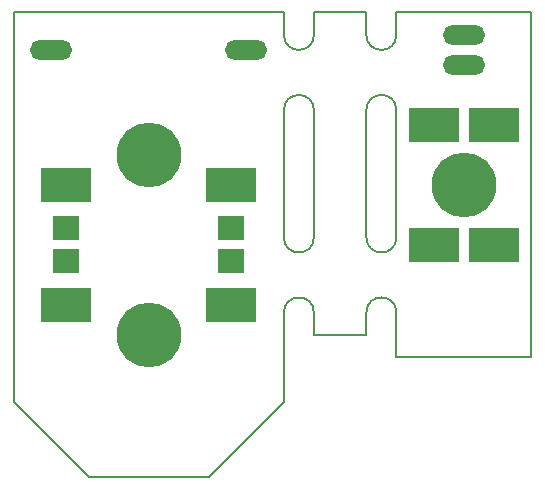
<source format=gbs>
G04 #@! TF.FileFunction,Soldermask,Bot*
%FSLAX46Y46*%
G04 Gerber Fmt 4.6, Leading zero omitted, Abs format (unit mm)*
G04 Created by KiCad (PCBNEW (2016-05-03 BZR 6266)-product) date Wed May 25 03:17:44 2016*
%MOMM*%
%LPD*%
G01*
G04 APERTURE LIST*
%ADD10C,0.350000*%
%ADD11C,0.150000*%
%ADD12C,5.480000*%
%ADD13R,4.210000X2.940000*%
%ADD14O,3.575000X1.670000*%
%ADD15R,2.200000X2.000000*%
G04 APERTURE END LIST*
D10*
D11*
X140970000Y-83820000D02*
X140970000Y-81915000D01*
X140970000Y-100965000D02*
X140970000Y-90170000D01*
X140970000Y-107315000D02*
X140970000Y-111125000D01*
X133985000Y-109220000D02*
X138430000Y-109220000D01*
X133985000Y-81915000D02*
X138430000Y-81915000D01*
X140970000Y-90170000D02*
G75*
G03X138430000Y-90170000I-1270000J0D01*
G01*
X133985000Y-90170000D02*
G75*
G03X131445000Y-90170000I-1270000J0D01*
G01*
X140970000Y-107315000D02*
G75*
G03X138430000Y-107315000I-1270000J0D01*
G01*
X133985000Y-107315000D02*
G75*
G03X131445000Y-107315000I-1270000J0D01*
G01*
X131445000Y-100965000D02*
G75*
G03X133985000Y-100965000I1270000J0D01*
G01*
X138430000Y-100965000D02*
G75*
G03X140970000Y-100965000I1270000J0D01*
G01*
X138430000Y-83820000D02*
G75*
G03X140970000Y-83820000I1270000J0D01*
G01*
X131445000Y-83820000D02*
G75*
G03X133985000Y-83820000I1270000J0D01*
G01*
X138430000Y-109220000D02*
X138430000Y-107315000D01*
X133985000Y-107315000D02*
X133985000Y-109220000D01*
X131445000Y-107315000D02*
X131445000Y-114935000D01*
X138430000Y-90170000D02*
X138430000Y-100965000D01*
X133985000Y-100965000D02*
X133985000Y-90170000D01*
X131445000Y-90170000D02*
X131445000Y-100965000D01*
X133985000Y-81915000D02*
X133985000Y-83820000D01*
X138430000Y-83820000D02*
X138430000Y-81915000D01*
X131445000Y-81915000D02*
X131445000Y-83820000D01*
X108585000Y-81915000D02*
X131445000Y-81915000D01*
X108585000Y-114935000D02*
X108585000Y-81915000D01*
X125095000Y-121285000D02*
X114935000Y-121285000D01*
X131445000Y-114935000D02*
X125095000Y-121285000D01*
X108585000Y-114935000D02*
X114935000Y-121285000D01*
X152400000Y-81915000D02*
X140970000Y-81915000D01*
X152400000Y-111125000D02*
X152400000Y-81915000D01*
X140970000Y-111125000D02*
X152400000Y-111125000D01*
D12*
X120015000Y-109220000D03*
X120015000Y-93980000D03*
D13*
X113030000Y-96520000D03*
X113030000Y-106680000D03*
X127000000Y-96520000D03*
X127000000Y-106680000D03*
D14*
X111760000Y-85090000D03*
X128270000Y-85090000D03*
D15*
X127000000Y-100200000D03*
X127000000Y-103000000D03*
X113030000Y-100200000D03*
X113030000Y-103000000D03*
D14*
X146685000Y-86360000D03*
X146685000Y-83820000D03*
D12*
X146685000Y-96520000D03*
D13*
X144145000Y-91440000D03*
X144145000Y-101600000D03*
X149225000Y-91440000D03*
X149225000Y-101600000D03*
M02*

</source>
